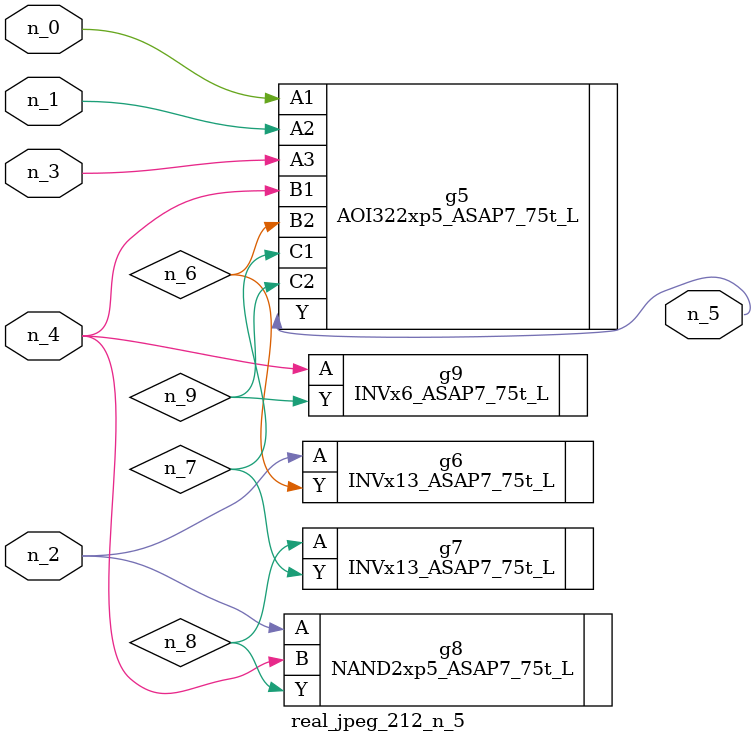
<source format=v>
module real_jpeg_212_n_5 (n_4, n_0, n_1, n_2, n_3, n_5);

input n_4;
input n_0;
input n_1;
input n_2;
input n_3;

output n_5;

wire n_8;
wire n_6;
wire n_7;
wire n_9;

AOI322xp5_ASAP7_75t_L g5 ( 
.A1(n_0),
.A2(n_1),
.A3(n_3),
.B1(n_4),
.B2(n_6),
.C1(n_7),
.C2(n_9),
.Y(n_5)
);

INVx13_ASAP7_75t_L g6 ( 
.A(n_2),
.Y(n_6)
);

NAND2xp5_ASAP7_75t_L g8 ( 
.A(n_2),
.B(n_4),
.Y(n_8)
);

INVx6_ASAP7_75t_L g9 ( 
.A(n_4),
.Y(n_9)
);

INVx13_ASAP7_75t_L g7 ( 
.A(n_8),
.Y(n_7)
);


endmodule
</source>
